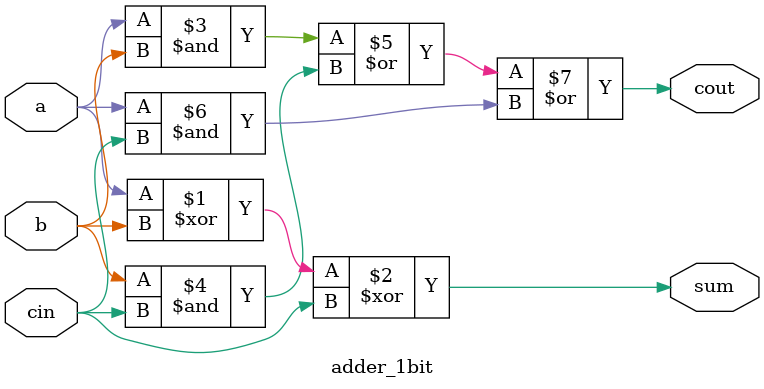
<source format=v>
module adder_1bit ( 
    input  a,
    input  b,
    input  cin,
    output sum,
    output cout
);
    assign sum  = a ^ b ^ cin;
    assign cout = (a & b) | (b & cin) | (a & cin);
endmodule

</source>
